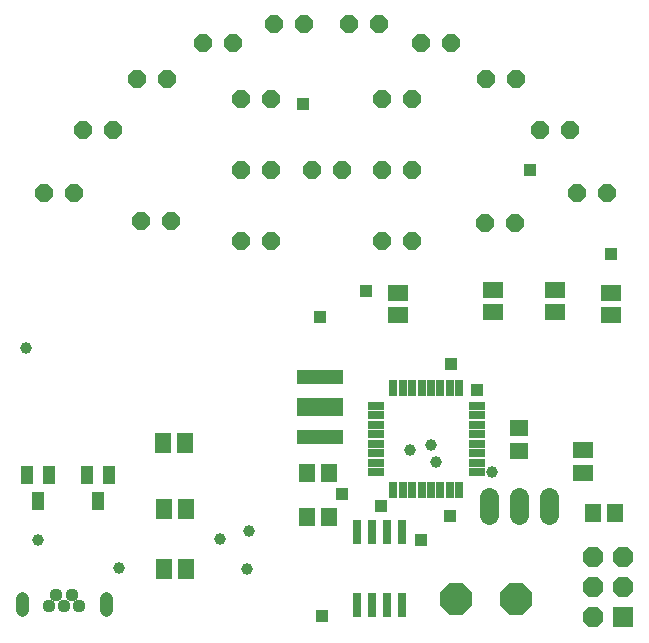
<source format=gbs>
G75*
%MOIN*%
%OFA0B0*%
%FSLAX25Y25*%
%IPPOS*%
%LPD*%
%AMOC8*
5,1,8,0,0,1.08239X$1,22.5*
%
%ADD10R,0.05400X0.02600*%
%ADD11R,0.02600X0.05400*%
%ADD12R,0.03000X0.08400*%
%ADD13R,0.05518X0.06699*%
%ADD14OC8,0.06000*%
%ADD15R,0.06800X0.06800*%
%ADD16OC8,0.06800*%
%ADD17R,0.06306X0.05518*%
%ADD18R,0.06699X0.05518*%
%ADD19R,0.05518X0.06306*%
%ADD20OC8,0.10400*%
%ADD21R,0.15361X0.05912*%
%ADD22R,0.15361X0.05124*%
%ADD23C,0.06400*%
%ADD24R,0.04337X0.05912*%
%ADD25C,0.04375*%
%ADD26C,0.04219*%
%ADD27C,0.03962*%
%ADD28R,0.03962X0.03962*%
D10*
X0125848Y0059459D03*
X0125848Y0062608D03*
X0125848Y0065758D03*
X0125848Y0068907D03*
X0125848Y0072057D03*
X0125848Y0075207D03*
X0125848Y0078356D03*
X0125848Y0081506D03*
X0159648Y0081506D03*
X0159648Y0078356D03*
X0159648Y0075207D03*
X0159648Y0072057D03*
X0159648Y0068907D03*
X0159648Y0065758D03*
X0159648Y0062608D03*
X0159648Y0059459D03*
D11*
X0153772Y0053582D03*
X0150622Y0053582D03*
X0147472Y0053582D03*
X0144323Y0053582D03*
X0141173Y0053582D03*
X0138024Y0053582D03*
X0134874Y0053582D03*
X0131724Y0053582D03*
X0131724Y0087382D03*
X0134874Y0087382D03*
X0138024Y0087382D03*
X0141173Y0087382D03*
X0144323Y0087382D03*
X0147472Y0087382D03*
X0150622Y0087382D03*
X0153772Y0087382D03*
D12*
X0134480Y0039350D03*
X0129480Y0039350D03*
X0124480Y0039350D03*
X0119480Y0039350D03*
X0119480Y0015150D03*
X0124480Y0015150D03*
X0129480Y0015150D03*
X0134480Y0015150D03*
D13*
X0062720Y0027250D03*
X0055240Y0027250D03*
X0055240Y0047250D03*
X0062720Y0047250D03*
X0062470Y0069000D03*
X0054990Y0069000D03*
D14*
X0080876Y0136608D03*
X0090876Y0136608D03*
X0090876Y0160230D03*
X0080876Y0160230D03*
X0104498Y0160230D03*
X0114498Y0160230D03*
X0128120Y0160230D03*
X0138120Y0160230D03*
X0138120Y0136608D03*
X0128120Y0136608D03*
X0162230Y0142500D03*
X0172230Y0142500D03*
X0193120Y0152593D03*
X0203120Y0152593D03*
X0190482Y0173537D03*
X0180482Y0173537D03*
X0172490Y0190545D03*
X0162490Y0190545D03*
X0150837Y0202474D03*
X0140837Y0202474D03*
X0126900Y0208656D03*
X0116900Y0208656D03*
X0102096Y0208656D03*
X0092096Y0208656D03*
X0078159Y0202474D03*
X0068159Y0202474D03*
X0056467Y0190506D03*
X0046467Y0190506D03*
X0038474Y0173537D03*
X0028474Y0173537D03*
X0025285Y0152356D03*
X0015285Y0152356D03*
X0047526Y0143230D03*
X0057526Y0143230D03*
X0080876Y0183852D03*
X0090876Y0183852D03*
X0128120Y0183852D03*
X0138120Y0183852D03*
D15*
X0208230Y0011250D03*
D16*
X0198230Y0011250D03*
X0198230Y0021250D03*
X0208230Y0021250D03*
X0208230Y0031250D03*
X0198230Y0031250D03*
D17*
X0173730Y0066510D03*
X0173730Y0073990D03*
D18*
X0194980Y0066740D03*
X0194980Y0059260D03*
X0204230Y0111760D03*
X0204230Y0119240D03*
X0185730Y0120240D03*
X0185730Y0112760D03*
X0164980Y0112760D03*
X0164980Y0120240D03*
X0133230Y0119240D03*
X0133230Y0111760D03*
D19*
X0110470Y0059250D03*
X0102990Y0059250D03*
X0102990Y0044500D03*
X0110470Y0044500D03*
X0198240Y0045750D03*
X0205720Y0045750D03*
D20*
X0172730Y0017250D03*
X0152480Y0017250D03*
D21*
X0107230Y0081250D03*
D22*
X0107230Y0071250D03*
X0107230Y0091250D03*
D23*
X0163480Y0051250D02*
X0163480Y0045250D01*
X0173480Y0045250D02*
X0173480Y0051250D01*
X0183480Y0051250D02*
X0183480Y0045250D01*
D24*
X0036970Y0058581D03*
X0029490Y0058581D03*
X0033230Y0049919D03*
X0016970Y0058331D03*
X0009490Y0058331D03*
X0013230Y0049669D03*
D25*
X0019421Y0018571D03*
X0016862Y0014634D03*
X0021980Y0014634D03*
X0024539Y0018571D03*
X0027098Y0014634D03*
D26*
X0007906Y0013591D02*
X0007906Y0017409D01*
X0036055Y0017409D02*
X0036055Y0013591D01*
D27*
X0040230Y0027500D03*
X0013230Y0036750D03*
X0073980Y0037250D03*
X0083480Y0039750D03*
X0082980Y0027250D03*
X0137230Y0066750D03*
X0144230Y0068500D03*
X0145980Y0062750D03*
X0164730Y0059500D03*
X0009230Y0100750D03*
D28*
X0101730Y0182250D03*
X0122730Y0119750D03*
X0107230Y0111250D03*
X0150980Y0095500D03*
X0159480Y0086750D03*
X0127730Y0048250D03*
X0114730Y0052000D03*
X0140980Y0036750D03*
X0150730Y0044750D03*
X0107980Y0011500D03*
X0204230Y0132000D03*
X0177230Y0160000D03*
M02*

</source>
